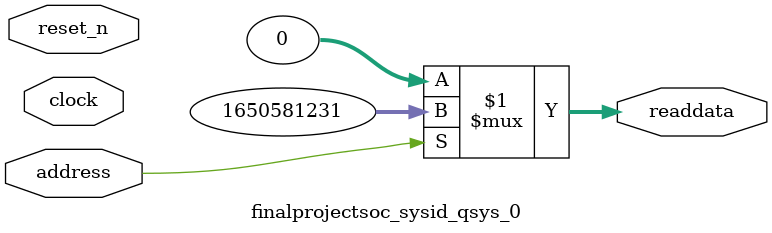
<source format=v>



// synthesis translate_off
`timescale 1ns / 1ps
// synthesis translate_on

// turn off superfluous verilog processor warnings 
// altera message_level Level1 
// altera message_off 10034 10035 10036 10037 10230 10240 10030 

module finalprojectsoc_sysid_qsys_0 (
               // inputs:
                address,
                clock,
                reset_n,

               // outputs:
                readdata
             )
;

  output  [ 31: 0] readdata;
  input            address;
  input            clock;
  input            reset_n;

  wire    [ 31: 0] readdata;
  //control_slave, which is an e_avalon_slave
  assign readdata = address ? 1650581231 : 0;

endmodule



</source>
